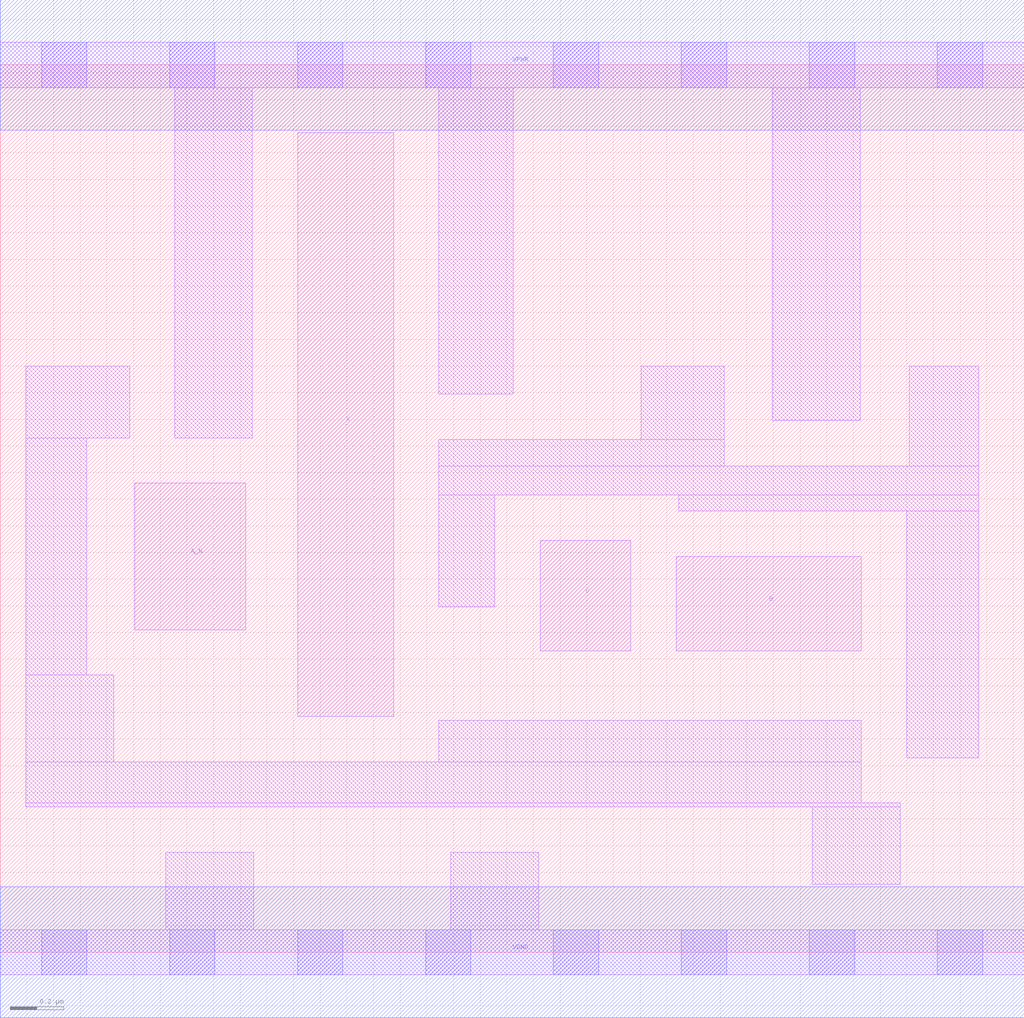
<source format=lef>
# Copyright 2020 The SkyWater PDK Authors
#
# Licensed under the Apache License, Version 2.0 (the "License");
# you may not use this file except in compliance with the License.
# You may obtain a copy of the License at
#
#     https://www.apache.org/licenses/LICENSE-2.0
#
# Unless required by applicable law or agreed to in writing, software
# distributed under the License is distributed on an "AS IS" BASIS,
# WITHOUT WARRANTIES OR CONDITIONS OF ANY KIND, either express or implied.
# See the License for the specific language governing permissions and
# limitations under the License.
#
# SPDX-License-Identifier: Apache-2.0

VERSION 5.7 ;
  NOWIREEXTENSIONATPIN ON ;
  DIVIDERCHAR "/" ;
  BUSBITCHARS "[]" ;
UNITS
  DATABASE MICRONS 200 ;
END UNITS
MACRO sky130_fd_sc_lp__and3b_2
  CLASS CORE ;
  FOREIGN sky130_fd_sc_lp__and3b_2 ;
  ORIGIN  0.000000  0.000000 ;
  SIZE  3.840000 BY  3.330000 ;
  SYMMETRY X Y R90 ;
  SITE unit ;
  PIN A_N
    ANTENNAGATEAREA  0.126000 ;
    DIRECTION INPUT ;
    USE SIGNAL ;
    PORT
      LAYER li1 ;
        RECT 0.505000 1.210000 0.920000 1.760000 ;
    END
  END A_N
  PIN B
    ANTENNAGATEAREA  0.126000 ;
    DIRECTION INPUT ;
    USE SIGNAL ;
    PORT
      LAYER li1 ;
        RECT 2.535000 1.130000 3.230000 1.485000 ;
    END
  END B
  PIN C
    ANTENNAGATEAREA  0.126000 ;
    DIRECTION INPUT ;
    USE SIGNAL ;
    PORT
      LAYER li1 ;
        RECT 2.025000 1.130000 2.365000 1.545000 ;
    END
  END C
  PIN X
    ANTENNADIFFAREA  0.588000 ;
    DIRECTION OUTPUT ;
    USE SIGNAL ;
    PORT
      LAYER li1 ;
        RECT 1.115000 0.885000 1.475000 3.075000 ;
    END
  END X
  PIN VGND
    DIRECTION INOUT ;
    USE GROUND ;
    PORT
      LAYER met1 ;
        RECT 0.000000 -0.245000 3.840000 0.245000 ;
    END
  END VGND
  PIN VPWR
    DIRECTION INOUT ;
    USE POWER ;
    PORT
      LAYER met1 ;
        RECT 0.000000 3.085000 3.840000 3.575000 ;
    END
  END VPWR
  OBS
    LAYER li1 ;
      RECT 0.000000 -0.085000 3.840000 0.085000 ;
      RECT 0.000000  3.245000 3.840000 3.415000 ;
      RECT 0.095000  0.545000 3.375000 0.560000 ;
      RECT 0.095000  0.560000 3.230000 0.715000 ;
      RECT 0.095000  0.715000 0.425000 1.040000 ;
      RECT 0.095000  1.040000 0.325000 1.930000 ;
      RECT 0.095000  1.930000 0.485000 2.200000 ;
      RECT 0.620000  0.085000 0.950000 0.375000 ;
      RECT 0.655000  1.930000 0.945000 3.245000 ;
      RECT 1.645000  0.715000 3.230000 0.870000 ;
      RECT 1.645000  1.295000 1.855000 1.715000 ;
      RECT 1.645000  1.715000 3.670000 1.825000 ;
      RECT 1.645000  1.825000 2.715000 1.925000 ;
      RECT 1.645000  2.095000 1.925000 3.245000 ;
      RECT 1.690000  0.085000 2.020000 0.375000 ;
      RECT 2.405000  1.925000 2.715000 2.200000 ;
      RECT 2.545000  1.655000 3.670000 1.715000 ;
      RECT 2.895000  1.995000 3.225000 3.245000 ;
      RECT 3.045000  0.255000 3.375000 0.545000 ;
      RECT 3.400000  0.730000 3.670000 1.655000 ;
      RECT 3.410000  1.825000 3.670000 2.200000 ;
    LAYER mcon ;
      RECT 0.155000 -0.085000 0.325000 0.085000 ;
      RECT 0.155000  3.245000 0.325000 3.415000 ;
      RECT 0.635000 -0.085000 0.805000 0.085000 ;
      RECT 0.635000  3.245000 0.805000 3.415000 ;
      RECT 1.115000 -0.085000 1.285000 0.085000 ;
      RECT 1.115000  3.245000 1.285000 3.415000 ;
      RECT 1.595000 -0.085000 1.765000 0.085000 ;
      RECT 1.595000  3.245000 1.765000 3.415000 ;
      RECT 2.075000 -0.085000 2.245000 0.085000 ;
      RECT 2.075000  3.245000 2.245000 3.415000 ;
      RECT 2.555000 -0.085000 2.725000 0.085000 ;
      RECT 2.555000  3.245000 2.725000 3.415000 ;
      RECT 3.035000 -0.085000 3.205000 0.085000 ;
      RECT 3.035000  3.245000 3.205000 3.415000 ;
      RECT 3.515000 -0.085000 3.685000 0.085000 ;
      RECT 3.515000  3.245000 3.685000 3.415000 ;
  END
END sky130_fd_sc_lp__and3b_2
END LIBRARY

</source>
